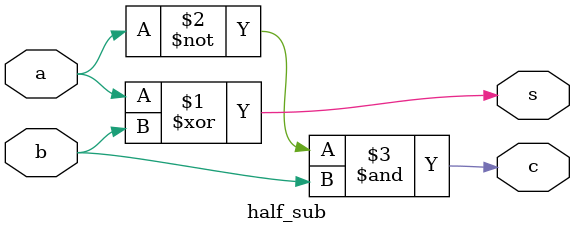
<source format=v>
module half_sub(a, b, s, c);

    input a, b;
    output s, c;

    assign s = a ^ b;
    assign c = ~a & b;

endmodule
</source>
